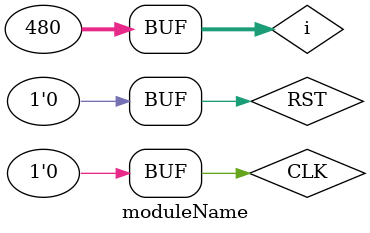
<source format=v>
module moduleName ();

reg CLK;
wire [31:0] OUT;
reg RST;
integer i;
SingleCpu SingleCpu1 (.CLK(CLK), .RST(RST), .OUT(OUT));

initial begin
    RST = 1;
    CLK = 0;
    #0.5;
    CLK = 1;
    #0.5;
    RST = 0;
    CLK = 0;
    #0.5;
    for(i=0; i<480; i=i+1) begin
        CLK = 1;
        #0.5;
        CLK = 0;
        #0.5;
    end


end
// iverilog -o test Vr_inst_mem.v SingleCpu.v SingleCpu_tb.v Vr_register_file.v SignedExtension.v Vr_data_mem.v Control.v ALUcontrol.v mux.v ALU.v Shift.v ALU_ADD.v PC.v ADD_4.v ANDGATE.v 

// always begin
//     #6 CLK=0;
//     #4 CLK=1;
// end

    
endmodule
</source>
